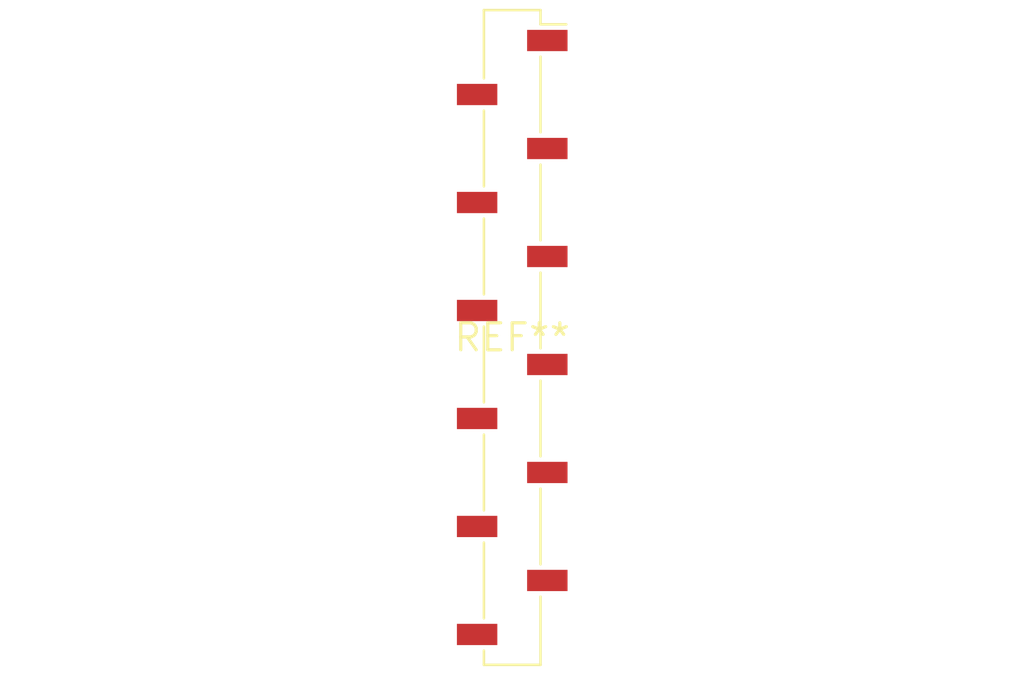
<source format=kicad_pcb>
(kicad_pcb (version 20240108) (generator pcbnew)
  (layers (0 "F.Cu" signal) (31 "B.Cu" signal) (34 "B.Paste" user) (35 "F.Paste" user) (36 "B.SilkS" user "B.Silkscreen") (37 "F.SilkS" user "F.Silkscreen") (38 "B.Mask" user) (39 "F.Mask" user) (44 "Edge.Cuts" user))
  (net 0 "")
  (footprint "PinSocket_1x12_P2.54mm_Vertical_SMD_Pin1Right" (layer "F.Cu") (at 0 0)
    (property "Reference" "REF**")
    (property "Value" "PinSocket_1x12_P2.54mm_Vertical_SMD_Pin1Right")
    (fp_line (start -1.33 -15.4) (end -1.33 -12.19) (layer "F.SilkS") (stroke (width 0.12)))
    (fp_line (start -1.33 -15.4) (end 1.33 -15.4) (layer "F.SilkS") (stroke (width 0.12)))
    (fp_line (start -1.33 -10.67) (end -1.33 -7.11) (layer "F.SilkS") (stroke (width 0.12)))
    (fp_line (start -1.33 -5.59) (end -1.33 -2.03) (layer "F.SilkS") (stroke (width 0.12)))
    (fp_line (start -1.33 -0.51) (end -1.33 3.05) (layer "F.SilkS") (stroke (width 0.12)))
    (fp_line (start -1.33 4.57) (end -1.33 8.13) (layer "F.SilkS") (stroke (width 0.12)))
    (fp_line (start -1.33 9.65) (end -1.33 13.21) (layer "F.SilkS") (stroke (width 0.12)))
    (fp_line (start -1.33 14.73) (end -1.33 15.4) (layer "F.SilkS") (stroke (width 0.12)))
    (fp_line (start -1.33 15.4) (end 1.33 15.4) (layer "F.SilkS") (stroke (width 0.12)))
    (fp_line (start 1.33 -15.4) (end 1.33 -14.73) (layer "F.SilkS") (stroke (width 0.12)))
    (fp_line (start 1.33 -14.73) (end 2.54 -14.73) (layer "F.SilkS") (stroke (width 0.12)))
    (fp_line (start 1.33 -13.21) (end 1.33 -9.65) (layer "F.SilkS") (stroke (width 0.12)))
    (fp_line (start 1.33 -8.13) (end 1.33 -4.57) (layer "F.SilkS") (stroke (width 0.12)))
    (fp_line (start 1.33 -3.05) (end 1.33 0.51) (layer "F.SilkS") (stroke (width 0.12)))
    (fp_line (start 1.33 2.03) (end 1.33 5.59) (layer "F.SilkS") (stroke (width 0.12)))
    (fp_line (start 1.33 7.11) (end 1.33 10.67) (layer "F.SilkS") (stroke (width 0.12)))
    (fp_line (start 1.33 12.19) (end 1.33 15.4) (layer "F.SilkS") (stroke (width 0.12)))
    (pad "1" smd rect (at 1.65 -13.97) (size 1.9 1) (layers "F.Cu" "F.Paste" "F.Mask"))
    (pad "2" smd rect (at -1.65 -11.43) (size 1.9 1) (layers "F.Cu" "F.Paste" "F.Mask"))
    (pad "3" smd rect (at 1.65 -8.89) (size 1.9 1) (layers "F.Cu" "F.Paste" "F.Mask"))
    (pad "4" smd rect (at -1.65 -6.35) (size 1.9 1) (layers "F.Cu" "F.Paste" "F.Mask"))
    (pad "5" smd rect (at 1.65 -3.81) (size 1.9 1) (layers "F.Cu" "F.Paste" "F.Mask"))
    (pad "6" smd rect (at -1.65 -1.27) (size 1.9 1) (layers "F.Cu" "F.Paste" "F.Mask"))
    (pad "7" smd rect (at 1.65 1.27) (size 1.9 1) (layers "F.Cu" "F.Paste" "F.Mask"))
    (pad "8" smd rect (at -1.65 3.81) (size 1.9 1) (layers "F.Cu" "F.Paste" "F.Mask"))
    (pad "9" smd rect (at 1.65 6.35) (size 1.9 1) (layers "F.Cu" "F.Paste" "F.Mask"))
    (pad "10" smd rect (at -1.65 8.89) (size 1.9 1) (layers "F.Cu" "F.Paste" "F.Mask"))
    (pad "11" smd rect (at 1.65 11.43) (size 1.9 1) (layers "F.Cu" "F.Paste" "F.Mask"))
    (pad "12" smd rect (at -1.65 13.97) (size 1.9 1) (layers "F.Cu" "F.Paste" "F.Mask"))
  )
)
</source>
